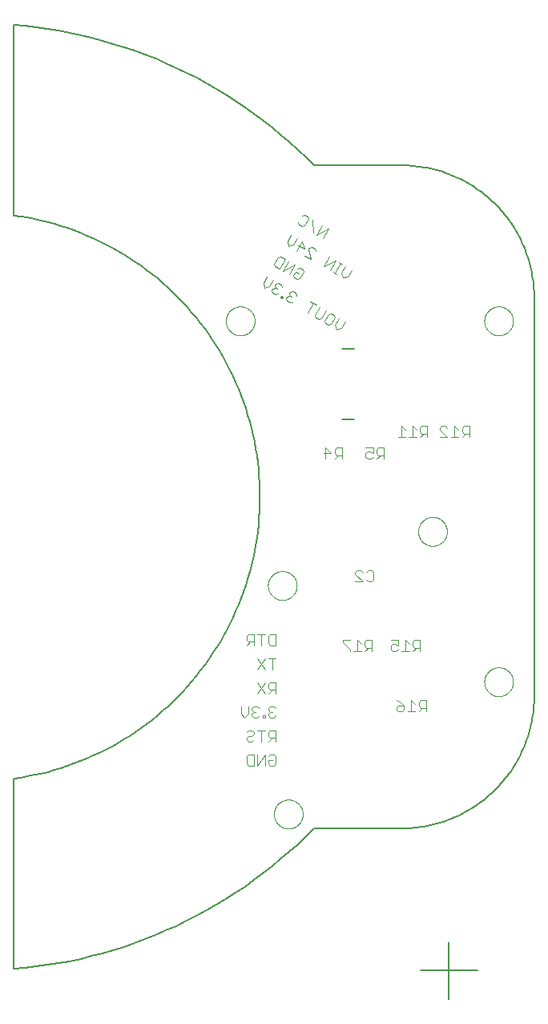
<source format=gbo>
G75*
%MOIN*%
%OFA0B0*%
%FSLAX25Y25*%
%IPPOS*%
%LPD*%
%AMOC8*
5,1,8,0,0,1.08239X$1,22.5*
%
%ADD10C,0.00600*%
%ADD11C,0.00400*%
%ADD12C,0.00000*%
%ADD13C,0.00800*%
D10*
X0001300Y0013742D02*
X0001300Y0092906D01*
X0001300Y0013742D02*
X0005974Y0014173D01*
X0010636Y0014716D01*
X0015284Y0015369D01*
X0019914Y0016133D01*
X0024526Y0017008D01*
X0029115Y0017992D01*
X0033680Y0019085D01*
X0038217Y0020287D01*
X0042724Y0021596D01*
X0047198Y0023013D01*
X0051638Y0024536D01*
X0056040Y0026164D01*
X0060402Y0027897D01*
X0064721Y0029733D01*
X0068996Y0031672D01*
X0073223Y0033712D01*
X0077400Y0035852D01*
X0081525Y0038091D01*
X0085595Y0040428D01*
X0089609Y0042862D01*
X0093563Y0045390D01*
X0097456Y0048012D01*
X0101285Y0050726D01*
X0105049Y0053531D01*
X0108744Y0056424D01*
X0112370Y0059405D01*
X0115923Y0062471D01*
X0119403Y0065621D01*
X0122806Y0068854D01*
X0126131Y0072166D01*
X0162717Y0072166D01*
X0182402Y0024922D02*
X0182402Y0001300D01*
X0170591Y0013111D02*
X0194213Y0013111D01*
X0217835Y0127284D02*
X0217835Y0292639D01*
X0217819Y0293971D01*
X0217771Y0295302D01*
X0217690Y0296631D01*
X0217578Y0297959D01*
X0217433Y0299283D01*
X0217257Y0300603D01*
X0217048Y0301919D01*
X0216808Y0303229D01*
X0216536Y0304533D01*
X0216233Y0305830D01*
X0215899Y0307119D01*
X0215534Y0308400D01*
X0215137Y0309671D01*
X0214710Y0310933D01*
X0214253Y0312184D01*
X0213766Y0313424D01*
X0213249Y0314651D01*
X0212702Y0315866D01*
X0212126Y0317067D01*
X0211522Y0318254D01*
X0210888Y0319425D01*
X0210227Y0320582D01*
X0209538Y0321721D01*
X0208822Y0322844D01*
X0208078Y0323950D01*
X0207308Y0325037D01*
X0206513Y0326105D01*
X0205691Y0327153D01*
X0204845Y0328181D01*
X0203973Y0329189D01*
X0203078Y0330175D01*
X0202159Y0331140D01*
X0201218Y0332081D01*
X0200253Y0333000D01*
X0199267Y0333895D01*
X0198259Y0334767D01*
X0197231Y0335613D01*
X0196183Y0336435D01*
X0195115Y0337230D01*
X0194028Y0338000D01*
X0192922Y0338744D01*
X0191799Y0339460D01*
X0190660Y0340149D01*
X0189503Y0340810D01*
X0188332Y0341444D01*
X0187145Y0342048D01*
X0185944Y0342624D01*
X0184729Y0343171D01*
X0183502Y0343688D01*
X0182262Y0344175D01*
X0181011Y0344632D01*
X0179749Y0345059D01*
X0178478Y0345456D01*
X0177197Y0345821D01*
X0175908Y0346155D01*
X0174611Y0346458D01*
X0173307Y0346730D01*
X0171997Y0346970D01*
X0170681Y0347179D01*
X0169361Y0347355D01*
X0168037Y0347500D01*
X0166709Y0347612D01*
X0165380Y0347693D01*
X0164049Y0347741D01*
X0162717Y0347757D01*
X0126131Y0347757D01*
X0217835Y0127284D02*
X0217819Y0125952D01*
X0217771Y0124621D01*
X0217690Y0123292D01*
X0217578Y0121964D01*
X0217433Y0120640D01*
X0217257Y0119320D01*
X0217048Y0118004D01*
X0216808Y0116694D01*
X0216536Y0115390D01*
X0216233Y0114093D01*
X0215899Y0112804D01*
X0215534Y0111523D01*
X0215137Y0110252D01*
X0214710Y0108990D01*
X0214253Y0107739D01*
X0213766Y0106499D01*
X0213249Y0105272D01*
X0212702Y0104057D01*
X0212126Y0102856D01*
X0211522Y0101669D01*
X0210888Y0100498D01*
X0210227Y0099341D01*
X0209538Y0098202D01*
X0208822Y0097079D01*
X0208078Y0095973D01*
X0207308Y0094886D01*
X0206513Y0093818D01*
X0205691Y0092770D01*
X0204845Y0091742D01*
X0203973Y0090734D01*
X0203078Y0089748D01*
X0202159Y0088783D01*
X0201218Y0087842D01*
X0200253Y0086923D01*
X0199267Y0086028D01*
X0198259Y0085156D01*
X0197231Y0084310D01*
X0196183Y0083488D01*
X0195115Y0082693D01*
X0194028Y0081923D01*
X0192922Y0081179D01*
X0191799Y0080463D01*
X0190660Y0079774D01*
X0189503Y0079113D01*
X0188332Y0078479D01*
X0187145Y0077875D01*
X0185944Y0077299D01*
X0184729Y0076752D01*
X0183502Y0076235D01*
X0182262Y0075748D01*
X0181011Y0075291D01*
X0179749Y0074864D01*
X0178478Y0074467D01*
X0177197Y0074102D01*
X0175908Y0073768D01*
X0174611Y0073465D01*
X0173307Y0073193D01*
X0171997Y0072953D01*
X0170681Y0072744D01*
X0169361Y0072568D01*
X0168037Y0072423D01*
X0166709Y0072311D01*
X0165380Y0072230D01*
X0164049Y0072182D01*
X0162717Y0072166D01*
X0001300Y0092906D02*
X0004146Y0093324D01*
X0006981Y0093811D01*
X0009804Y0094368D01*
X0012612Y0094993D01*
X0015404Y0095686D01*
X0018178Y0096447D01*
X0020933Y0097275D01*
X0023667Y0098170D01*
X0026378Y0099131D01*
X0029065Y0100159D01*
X0031727Y0101251D01*
X0034361Y0102408D01*
X0036965Y0103628D01*
X0039540Y0104912D01*
X0042082Y0106258D01*
X0044591Y0107666D01*
X0047065Y0109134D01*
X0049502Y0110662D01*
X0051902Y0112249D01*
X0054262Y0113894D01*
X0056581Y0115596D01*
X0058858Y0117353D01*
X0061092Y0119166D01*
X0063281Y0121033D01*
X0065424Y0122952D01*
X0067519Y0124923D01*
X0069566Y0126945D01*
X0071563Y0129016D01*
X0073509Y0131134D01*
X0075402Y0133300D01*
X0077243Y0135511D01*
X0079029Y0137766D01*
X0080759Y0140064D01*
X0082433Y0142404D01*
X0084050Y0144783D01*
X0085608Y0147201D01*
X0087107Y0149657D01*
X0088545Y0152148D01*
X0089923Y0154674D01*
X0091238Y0157232D01*
X0092491Y0159821D01*
X0093681Y0162441D01*
X0094806Y0165088D01*
X0095866Y0167763D01*
X0096861Y0170462D01*
X0097790Y0173184D01*
X0098653Y0175929D01*
X0099448Y0178693D01*
X0100176Y0181477D01*
X0100835Y0184277D01*
X0101427Y0187092D01*
X0101949Y0189921D01*
X0102403Y0192762D01*
X0102787Y0195612D01*
X0103102Y0198472D01*
X0103347Y0201338D01*
X0103522Y0204210D01*
X0103627Y0207084D01*
X0103662Y0209961D01*
X0103627Y0212838D01*
X0103522Y0215712D01*
X0103347Y0218584D01*
X0103102Y0221450D01*
X0102787Y0224310D01*
X0102403Y0227160D01*
X0101949Y0230001D01*
X0101427Y0232830D01*
X0100835Y0235645D01*
X0100176Y0238445D01*
X0099448Y0241229D01*
X0098653Y0243993D01*
X0097790Y0246738D01*
X0096861Y0249460D01*
X0095866Y0252159D01*
X0094806Y0254834D01*
X0093681Y0257481D01*
X0092491Y0260101D01*
X0091238Y0262690D01*
X0089923Y0265248D01*
X0088545Y0267774D01*
X0087107Y0270265D01*
X0085608Y0272721D01*
X0084050Y0275139D01*
X0082433Y0277518D01*
X0080759Y0279858D01*
X0079029Y0282156D01*
X0077243Y0284411D01*
X0075402Y0286622D01*
X0073509Y0288788D01*
X0071563Y0290906D01*
X0069566Y0292977D01*
X0067519Y0294999D01*
X0065424Y0296970D01*
X0063281Y0298889D01*
X0061092Y0300756D01*
X0058858Y0302569D01*
X0056581Y0304326D01*
X0054262Y0306028D01*
X0051902Y0307673D01*
X0049502Y0309260D01*
X0047065Y0310788D01*
X0044591Y0312256D01*
X0042082Y0313664D01*
X0039540Y0315010D01*
X0036965Y0316294D01*
X0034361Y0317514D01*
X0031727Y0318671D01*
X0029065Y0319763D01*
X0026378Y0320791D01*
X0023667Y0321752D01*
X0020933Y0322647D01*
X0018178Y0323475D01*
X0015404Y0324236D01*
X0012612Y0324929D01*
X0009804Y0325554D01*
X0006981Y0326111D01*
X0004146Y0326598D01*
X0001300Y0327016D01*
X0001300Y0327017D02*
X0001300Y0406220D01*
X0005974Y0405787D01*
X0010636Y0405244D01*
X0015285Y0404589D01*
X0019916Y0403823D01*
X0024528Y0402948D01*
X0029117Y0401962D01*
X0033682Y0400868D01*
X0038219Y0399665D01*
X0042726Y0398354D01*
X0047201Y0396936D01*
X0051641Y0395412D01*
X0056043Y0393782D01*
X0060405Y0392048D01*
X0064725Y0390210D01*
X0068999Y0388270D01*
X0073226Y0386229D01*
X0077403Y0384087D01*
X0081528Y0381847D01*
X0085598Y0379508D01*
X0089612Y0377074D01*
X0093566Y0374544D01*
X0097458Y0371921D01*
X0101288Y0369205D01*
X0105051Y0366400D01*
X0108746Y0363505D01*
X0112371Y0360523D01*
X0115924Y0357455D01*
X0119403Y0354304D01*
X0122806Y0351070D01*
X0126131Y0347756D01*
D11*
X0122274Y0327201D02*
X0121226Y0326920D01*
X0122274Y0327201D02*
X0123603Y0326434D01*
X0123884Y0325386D01*
X0122350Y0322727D01*
X0121301Y0322447D01*
X0119972Y0323214D01*
X0119692Y0324262D01*
X0116610Y0318924D02*
X0115075Y0316266D01*
X0115637Y0314170D01*
X0117733Y0314732D01*
X0119268Y0317390D01*
X0121262Y0316239D02*
X0118960Y0312252D01*
X0119446Y0314629D02*
X0122104Y0313094D01*
X0121262Y0316239D01*
X0124200Y0313656D02*
X0125249Y0313937D01*
X0126578Y0313170D01*
X0126859Y0312121D01*
X0123817Y0312991D02*
X0124940Y0308799D01*
X0122282Y0310333D01*
X0123817Y0312991D02*
X0124200Y0313656D01*
X0127282Y0318994D02*
X0129584Y0322981D01*
X0132242Y0321446D02*
X0127282Y0318994D01*
X0125953Y0319761D02*
X0125597Y0325283D01*
X0132242Y0321446D02*
X0129940Y0317459D01*
X0132558Y0309717D02*
X0130256Y0305730D01*
X0135216Y0308182D01*
X0132914Y0304195D01*
X0134243Y0303428D02*
X0135573Y0302660D01*
X0134908Y0303044D02*
X0137210Y0307031D01*
X0137874Y0306647D02*
X0136545Y0307415D01*
X0139204Y0305880D02*
X0137669Y0303222D01*
X0138231Y0301126D01*
X0140327Y0301687D01*
X0141862Y0304345D01*
X0131197Y0287409D02*
X0129279Y0284086D01*
X0128231Y0283805D01*
X0126902Y0284572D01*
X0126621Y0285621D01*
X0128539Y0288943D01*
X0127210Y0289710D02*
X0124552Y0291245D01*
X0125881Y0290478D02*
X0123579Y0286491D01*
X0118852Y0293650D02*
X0118571Y0294698D01*
X0117242Y0295465D01*
X0116194Y0295184D01*
X0115810Y0294520D01*
X0116091Y0293472D01*
X0115043Y0293191D01*
X0114659Y0292526D01*
X0114940Y0291478D01*
X0116269Y0290711D01*
X0117317Y0290992D01*
X0116756Y0293088D02*
X0116091Y0293472D01*
X0113330Y0293294D02*
X0112666Y0293677D01*
X0112282Y0293013D01*
X0112947Y0292629D01*
X0113330Y0293294D01*
X0111337Y0294445D02*
X0110289Y0294164D01*
X0108960Y0294931D01*
X0108679Y0295979D01*
X0109062Y0296644D01*
X0110111Y0296925D01*
X0110775Y0296541D01*
X0110111Y0296925D02*
X0109830Y0297973D01*
X0110213Y0298637D01*
X0111262Y0298918D01*
X0112591Y0298151D01*
X0112871Y0297103D01*
X0109268Y0300069D02*
X0107733Y0297411D01*
X0105637Y0296849D01*
X0105075Y0298946D01*
X0106610Y0301604D01*
X0109972Y0305893D02*
X0109692Y0306942D01*
X0111226Y0309600D01*
X0112274Y0309881D01*
X0114268Y0308730D01*
X0111966Y0304742D01*
X0109972Y0305893D01*
X0113295Y0303975D02*
X0115597Y0307962D01*
X0118255Y0306428D02*
X0115953Y0302441D01*
X0117666Y0302338D02*
X0118433Y0303667D01*
X0119762Y0302899D01*
X0120324Y0300803D02*
X0119276Y0300522D01*
X0117947Y0301290D01*
X0117666Y0302338D01*
X0119200Y0304996D02*
X0120249Y0305277D01*
X0121578Y0304509D01*
X0121858Y0303461D01*
X0120324Y0300803D01*
X0118255Y0306428D02*
X0113295Y0303975D01*
X0132142Y0285977D02*
X0130608Y0283319D01*
X0130889Y0282270D01*
X0132218Y0281503D01*
X0133266Y0281784D01*
X0134801Y0284442D01*
X0134520Y0285490D01*
X0133191Y0286258D01*
X0132142Y0285977D01*
X0136513Y0284339D02*
X0134979Y0281681D01*
X0135540Y0279585D01*
X0137637Y0280147D01*
X0139171Y0282805D01*
X0162609Y0239415D02*
X0162609Y0234811D01*
X0161075Y0234811D02*
X0164144Y0234811D01*
X0165679Y0234811D02*
X0168748Y0234811D01*
X0167213Y0234811D02*
X0167213Y0239415D01*
X0168748Y0237880D01*
X0170283Y0237113D02*
X0171050Y0236346D01*
X0173352Y0236346D01*
X0171817Y0236346D02*
X0170283Y0234811D01*
X0170283Y0237113D02*
X0170283Y0238648D01*
X0171050Y0239415D01*
X0173352Y0239415D01*
X0173352Y0234811D01*
X0178575Y0234811D02*
X0181644Y0234811D01*
X0178575Y0237880D01*
X0178575Y0238648D01*
X0179342Y0239415D01*
X0180877Y0239415D01*
X0181644Y0238648D01*
X0183179Y0234811D02*
X0186248Y0234811D01*
X0184713Y0234811D02*
X0184713Y0239415D01*
X0186248Y0237880D01*
X0187783Y0237113D02*
X0188550Y0236346D01*
X0190852Y0236346D01*
X0189317Y0236346D02*
X0187783Y0234811D01*
X0187783Y0237113D02*
X0187783Y0238648D01*
X0188550Y0239415D01*
X0190852Y0239415D01*
X0190852Y0234811D01*
X0164144Y0237880D02*
X0162609Y0239415D01*
X0155352Y0230415D02*
X0155352Y0225811D01*
X0155352Y0227346D02*
X0153050Y0227346D01*
X0152283Y0228113D01*
X0152283Y0229648D01*
X0153050Y0230415D01*
X0155352Y0230415D01*
X0153817Y0227346D02*
X0152283Y0225811D01*
X0150748Y0226578D02*
X0149981Y0225811D01*
X0148446Y0225811D01*
X0147679Y0226578D01*
X0147679Y0228113D01*
X0148446Y0228880D01*
X0149213Y0228880D01*
X0150748Y0228113D01*
X0150748Y0230415D01*
X0147679Y0230415D01*
X0137852Y0230415D02*
X0137852Y0225811D01*
X0137852Y0227346D02*
X0135550Y0227346D01*
X0134783Y0228113D01*
X0134783Y0229648D01*
X0135550Y0230415D01*
X0137852Y0230415D01*
X0136317Y0227346D02*
X0134783Y0225811D01*
X0133248Y0228113D02*
X0130179Y0228113D01*
X0130946Y0225811D02*
X0130946Y0230415D01*
X0133248Y0228113D01*
X0144154Y0179415D02*
X0145689Y0179415D01*
X0146456Y0178648D01*
X0147991Y0178648D02*
X0148758Y0179415D01*
X0150293Y0179415D01*
X0151060Y0178648D01*
X0151060Y0175578D01*
X0150293Y0174811D01*
X0148758Y0174811D01*
X0147991Y0175578D01*
X0146456Y0174811D02*
X0143387Y0177880D01*
X0143387Y0178648D01*
X0144154Y0179415D01*
X0143387Y0174811D02*
X0146456Y0174811D01*
X0148050Y0150415D02*
X0147283Y0149648D01*
X0147283Y0148113D01*
X0148050Y0147346D01*
X0150352Y0147346D01*
X0148817Y0147346D02*
X0147283Y0145811D01*
X0145748Y0145811D02*
X0142679Y0145811D01*
X0144213Y0145811D02*
X0144213Y0150415D01*
X0145748Y0148880D01*
X0148050Y0150415D02*
X0150352Y0150415D01*
X0150352Y0145811D01*
X0158075Y0146578D02*
X0158842Y0145811D01*
X0160377Y0145811D01*
X0161144Y0146578D01*
X0161144Y0148113D02*
X0159609Y0148880D01*
X0158842Y0148880D01*
X0158075Y0148113D01*
X0158075Y0146578D01*
X0161144Y0148113D02*
X0161144Y0150415D01*
X0158075Y0150415D01*
X0164213Y0150415D02*
X0164213Y0145811D01*
X0162679Y0145811D02*
X0165748Y0145811D01*
X0167283Y0145811D02*
X0168817Y0147346D01*
X0168050Y0147346D02*
X0170352Y0147346D01*
X0170352Y0145811D02*
X0170352Y0150415D01*
X0168050Y0150415D01*
X0167283Y0149648D01*
X0167283Y0148113D01*
X0168050Y0147346D01*
X0165748Y0148880D02*
X0164213Y0150415D01*
X0166713Y0125415D02*
X0166713Y0120811D01*
X0165179Y0120811D02*
X0168248Y0120811D01*
X0169783Y0120811D02*
X0171317Y0122346D01*
X0170550Y0122346D02*
X0172852Y0122346D01*
X0172852Y0120811D02*
X0172852Y0125415D01*
X0170550Y0125415D01*
X0169783Y0124648D01*
X0169783Y0123113D01*
X0170550Y0122346D01*
X0168248Y0123880D02*
X0166713Y0125415D01*
X0163644Y0123113D02*
X0163644Y0121578D01*
X0162877Y0120811D01*
X0161342Y0120811D01*
X0160575Y0121578D01*
X0160575Y0122346D01*
X0161342Y0123113D01*
X0163644Y0123113D01*
X0162109Y0124648D01*
X0160575Y0125415D01*
X0141144Y0145811D02*
X0141144Y0146578D01*
X0138075Y0149648D01*
X0138075Y0150415D01*
X0141144Y0150415D01*
X0110352Y0148311D02*
X0108050Y0148311D01*
X0107283Y0149078D01*
X0107283Y0152148D01*
X0108050Y0152915D01*
X0110352Y0152915D01*
X0110352Y0148311D01*
X0110352Y0142915D02*
X0107283Y0142915D01*
X0108817Y0142915D02*
X0108817Y0138311D01*
X0105748Y0138311D02*
X0102679Y0142915D01*
X0105748Y0142915D02*
X0102679Y0138311D01*
X0102679Y0132915D02*
X0105748Y0128311D01*
X0107283Y0128311D02*
X0108817Y0129846D01*
X0108050Y0129846D02*
X0110352Y0129846D01*
X0110352Y0128311D02*
X0110352Y0132915D01*
X0108050Y0132915D01*
X0107283Y0132148D01*
X0107283Y0130613D01*
X0108050Y0129846D01*
X0105748Y0132915D02*
X0102679Y0128311D01*
X0102679Y0122915D02*
X0101144Y0122915D01*
X0100377Y0122148D01*
X0100377Y0121380D01*
X0101144Y0120613D01*
X0100377Y0119846D01*
X0100377Y0119078D01*
X0101144Y0118311D01*
X0102679Y0118311D01*
X0103446Y0119078D01*
X0104981Y0119078D02*
X0104981Y0118311D01*
X0105748Y0118311D01*
X0105748Y0119078D01*
X0104981Y0119078D01*
X0107283Y0119078D02*
X0108050Y0118311D01*
X0109585Y0118311D01*
X0110352Y0119078D01*
X0108817Y0120613D02*
X0108050Y0120613D01*
X0107283Y0119846D01*
X0107283Y0119078D01*
X0108050Y0120613D02*
X0107283Y0121380D01*
X0107283Y0122148D01*
X0108050Y0122915D01*
X0109585Y0122915D01*
X0110352Y0122148D01*
X0110352Y0112915D02*
X0108050Y0112915D01*
X0107283Y0112148D01*
X0107283Y0110613D01*
X0108050Y0109846D01*
X0110352Y0109846D01*
X0108817Y0109846D02*
X0107283Y0108311D01*
X0110352Y0108311D02*
X0110352Y0112915D01*
X0105748Y0112915D02*
X0102679Y0112915D01*
X0104213Y0112915D02*
X0104213Y0108311D01*
X0101144Y0109078D02*
X0100377Y0108311D01*
X0098842Y0108311D01*
X0098075Y0109078D01*
X0098075Y0109846D01*
X0098842Y0110613D01*
X0100377Y0110613D01*
X0101144Y0111380D01*
X0101144Y0112148D01*
X0100377Y0112915D01*
X0098842Y0112915D01*
X0098075Y0112148D01*
X0097308Y0118311D02*
X0095773Y0119846D01*
X0095773Y0122915D01*
X0098842Y0122915D02*
X0098842Y0119846D01*
X0097308Y0118311D01*
X0101144Y0120613D02*
X0101911Y0120613D01*
X0103446Y0122148D02*
X0102679Y0122915D01*
X0102679Y0102915D02*
X0102679Y0098311D01*
X0105748Y0102915D01*
X0105748Y0098311D01*
X0107283Y0099078D02*
X0107283Y0100613D01*
X0108817Y0100613D01*
X0107283Y0102148D02*
X0108050Y0102915D01*
X0109585Y0102915D01*
X0110352Y0102148D01*
X0110352Y0099078D01*
X0109585Y0098311D01*
X0108050Y0098311D01*
X0107283Y0099078D01*
X0101144Y0098311D02*
X0098842Y0098311D01*
X0098075Y0099078D01*
X0098075Y0102148D01*
X0098842Y0102915D01*
X0101144Y0102915D01*
X0101144Y0098311D01*
X0101144Y0148311D02*
X0101144Y0152915D01*
X0098842Y0152915D01*
X0098075Y0152148D01*
X0098075Y0150613D01*
X0098842Y0149846D01*
X0101144Y0149846D01*
X0099609Y0149846D02*
X0098075Y0148311D01*
X0104213Y0148311D02*
X0104213Y0152915D01*
X0102679Y0152915D02*
X0105748Y0152915D01*
D12*
X0107052Y0173111D02*
X0107054Y0173265D01*
X0107060Y0173420D01*
X0107070Y0173574D01*
X0107084Y0173728D01*
X0107102Y0173881D01*
X0107123Y0174034D01*
X0107149Y0174187D01*
X0107179Y0174338D01*
X0107212Y0174489D01*
X0107250Y0174639D01*
X0107291Y0174788D01*
X0107336Y0174936D01*
X0107385Y0175082D01*
X0107438Y0175228D01*
X0107494Y0175371D01*
X0107554Y0175514D01*
X0107618Y0175654D01*
X0107685Y0175794D01*
X0107756Y0175931D01*
X0107830Y0176066D01*
X0107908Y0176200D01*
X0107989Y0176331D01*
X0108074Y0176460D01*
X0108162Y0176588D01*
X0108253Y0176712D01*
X0108347Y0176835D01*
X0108445Y0176955D01*
X0108545Y0177072D01*
X0108649Y0177187D01*
X0108755Y0177299D01*
X0108864Y0177408D01*
X0108976Y0177514D01*
X0109091Y0177618D01*
X0109208Y0177718D01*
X0109328Y0177816D01*
X0109451Y0177910D01*
X0109575Y0178001D01*
X0109703Y0178089D01*
X0109832Y0178174D01*
X0109963Y0178255D01*
X0110097Y0178333D01*
X0110232Y0178407D01*
X0110369Y0178478D01*
X0110509Y0178545D01*
X0110649Y0178609D01*
X0110792Y0178669D01*
X0110935Y0178725D01*
X0111081Y0178778D01*
X0111227Y0178827D01*
X0111375Y0178872D01*
X0111524Y0178913D01*
X0111674Y0178951D01*
X0111825Y0178984D01*
X0111976Y0179014D01*
X0112129Y0179040D01*
X0112282Y0179061D01*
X0112435Y0179079D01*
X0112589Y0179093D01*
X0112743Y0179103D01*
X0112898Y0179109D01*
X0113052Y0179111D01*
X0113206Y0179109D01*
X0113361Y0179103D01*
X0113515Y0179093D01*
X0113669Y0179079D01*
X0113822Y0179061D01*
X0113975Y0179040D01*
X0114128Y0179014D01*
X0114279Y0178984D01*
X0114430Y0178951D01*
X0114580Y0178913D01*
X0114729Y0178872D01*
X0114877Y0178827D01*
X0115023Y0178778D01*
X0115169Y0178725D01*
X0115312Y0178669D01*
X0115455Y0178609D01*
X0115595Y0178545D01*
X0115735Y0178478D01*
X0115872Y0178407D01*
X0116007Y0178333D01*
X0116141Y0178255D01*
X0116272Y0178174D01*
X0116401Y0178089D01*
X0116529Y0178001D01*
X0116653Y0177910D01*
X0116776Y0177816D01*
X0116896Y0177718D01*
X0117013Y0177618D01*
X0117128Y0177514D01*
X0117240Y0177408D01*
X0117349Y0177299D01*
X0117455Y0177187D01*
X0117559Y0177072D01*
X0117659Y0176955D01*
X0117757Y0176835D01*
X0117851Y0176712D01*
X0117942Y0176588D01*
X0118030Y0176460D01*
X0118115Y0176331D01*
X0118196Y0176200D01*
X0118274Y0176066D01*
X0118348Y0175931D01*
X0118419Y0175794D01*
X0118486Y0175654D01*
X0118550Y0175514D01*
X0118610Y0175371D01*
X0118666Y0175228D01*
X0118719Y0175082D01*
X0118768Y0174936D01*
X0118813Y0174788D01*
X0118854Y0174639D01*
X0118892Y0174489D01*
X0118925Y0174338D01*
X0118955Y0174187D01*
X0118981Y0174034D01*
X0119002Y0173881D01*
X0119020Y0173728D01*
X0119034Y0173574D01*
X0119044Y0173420D01*
X0119050Y0173265D01*
X0119052Y0173111D01*
X0119050Y0172957D01*
X0119044Y0172802D01*
X0119034Y0172648D01*
X0119020Y0172494D01*
X0119002Y0172341D01*
X0118981Y0172188D01*
X0118955Y0172035D01*
X0118925Y0171884D01*
X0118892Y0171733D01*
X0118854Y0171583D01*
X0118813Y0171434D01*
X0118768Y0171286D01*
X0118719Y0171140D01*
X0118666Y0170994D01*
X0118610Y0170851D01*
X0118550Y0170708D01*
X0118486Y0170568D01*
X0118419Y0170428D01*
X0118348Y0170291D01*
X0118274Y0170156D01*
X0118196Y0170022D01*
X0118115Y0169891D01*
X0118030Y0169762D01*
X0117942Y0169634D01*
X0117851Y0169510D01*
X0117757Y0169387D01*
X0117659Y0169267D01*
X0117559Y0169150D01*
X0117455Y0169035D01*
X0117349Y0168923D01*
X0117240Y0168814D01*
X0117128Y0168708D01*
X0117013Y0168604D01*
X0116896Y0168504D01*
X0116776Y0168406D01*
X0116653Y0168312D01*
X0116529Y0168221D01*
X0116401Y0168133D01*
X0116272Y0168048D01*
X0116141Y0167967D01*
X0116007Y0167889D01*
X0115872Y0167815D01*
X0115735Y0167744D01*
X0115595Y0167677D01*
X0115455Y0167613D01*
X0115312Y0167553D01*
X0115169Y0167497D01*
X0115023Y0167444D01*
X0114877Y0167395D01*
X0114729Y0167350D01*
X0114580Y0167309D01*
X0114430Y0167271D01*
X0114279Y0167238D01*
X0114128Y0167208D01*
X0113975Y0167182D01*
X0113822Y0167161D01*
X0113669Y0167143D01*
X0113515Y0167129D01*
X0113361Y0167119D01*
X0113206Y0167113D01*
X0113052Y0167111D01*
X0112898Y0167113D01*
X0112743Y0167119D01*
X0112589Y0167129D01*
X0112435Y0167143D01*
X0112282Y0167161D01*
X0112129Y0167182D01*
X0111976Y0167208D01*
X0111825Y0167238D01*
X0111674Y0167271D01*
X0111524Y0167309D01*
X0111375Y0167350D01*
X0111227Y0167395D01*
X0111081Y0167444D01*
X0110935Y0167497D01*
X0110792Y0167553D01*
X0110649Y0167613D01*
X0110509Y0167677D01*
X0110369Y0167744D01*
X0110232Y0167815D01*
X0110097Y0167889D01*
X0109963Y0167967D01*
X0109832Y0168048D01*
X0109703Y0168133D01*
X0109575Y0168221D01*
X0109451Y0168312D01*
X0109328Y0168406D01*
X0109208Y0168504D01*
X0109091Y0168604D01*
X0108976Y0168708D01*
X0108864Y0168814D01*
X0108755Y0168923D01*
X0108649Y0169035D01*
X0108545Y0169150D01*
X0108445Y0169267D01*
X0108347Y0169387D01*
X0108253Y0169510D01*
X0108162Y0169634D01*
X0108074Y0169762D01*
X0107989Y0169891D01*
X0107908Y0170022D01*
X0107830Y0170156D01*
X0107756Y0170291D01*
X0107685Y0170428D01*
X0107618Y0170568D01*
X0107554Y0170708D01*
X0107494Y0170851D01*
X0107438Y0170994D01*
X0107385Y0171140D01*
X0107336Y0171286D01*
X0107291Y0171434D01*
X0107250Y0171583D01*
X0107212Y0171733D01*
X0107179Y0171884D01*
X0107149Y0172035D01*
X0107123Y0172188D01*
X0107102Y0172341D01*
X0107084Y0172494D01*
X0107070Y0172648D01*
X0107060Y0172802D01*
X0107054Y0172957D01*
X0107052Y0173111D01*
X0109552Y0078111D02*
X0109554Y0078265D01*
X0109560Y0078420D01*
X0109570Y0078574D01*
X0109584Y0078728D01*
X0109602Y0078881D01*
X0109623Y0079034D01*
X0109649Y0079187D01*
X0109679Y0079338D01*
X0109712Y0079489D01*
X0109750Y0079639D01*
X0109791Y0079788D01*
X0109836Y0079936D01*
X0109885Y0080082D01*
X0109938Y0080228D01*
X0109994Y0080371D01*
X0110054Y0080514D01*
X0110118Y0080654D01*
X0110185Y0080794D01*
X0110256Y0080931D01*
X0110330Y0081066D01*
X0110408Y0081200D01*
X0110489Y0081331D01*
X0110574Y0081460D01*
X0110662Y0081588D01*
X0110753Y0081712D01*
X0110847Y0081835D01*
X0110945Y0081955D01*
X0111045Y0082072D01*
X0111149Y0082187D01*
X0111255Y0082299D01*
X0111364Y0082408D01*
X0111476Y0082514D01*
X0111591Y0082618D01*
X0111708Y0082718D01*
X0111828Y0082816D01*
X0111951Y0082910D01*
X0112075Y0083001D01*
X0112203Y0083089D01*
X0112332Y0083174D01*
X0112463Y0083255D01*
X0112597Y0083333D01*
X0112732Y0083407D01*
X0112869Y0083478D01*
X0113009Y0083545D01*
X0113149Y0083609D01*
X0113292Y0083669D01*
X0113435Y0083725D01*
X0113581Y0083778D01*
X0113727Y0083827D01*
X0113875Y0083872D01*
X0114024Y0083913D01*
X0114174Y0083951D01*
X0114325Y0083984D01*
X0114476Y0084014D01*
X0114629Y0084040D01*
X0114782Y0084061D01*
X0114935Y0084079D01*
X0115089Y0084093D01*
X0115243Y0084103D01*
X0115398Y0084109D01*
X0115552Y0084111D01*
X0115706Y0084109D01*
X0115861Y0084103D01*
X0116015Y0084093D01*
X0116169Y0084079D01*
X0116322Y0084061D01*
X0116475Y0084040D01*
X0116628Y0084014D01*
X0116779Y0083984D01*
X0116930Y0083951D01*
X0117080Y0083913D01*
X0117229Y0083872D01*
X0117377Y0083827D01*
X0117523Y0083778D01*
X0117669Y0083725D01*
X0117812Y0083669D01*
X0117955Y0083609D01*
X0118095Y0083545D01*
X0118235Y0083478D01*
X0118372Y0083407D01*
X0118507Y0083333D01*
X0118641Y0083255D01*
X0118772Y0083174D01*
X0118901Y0083089D01*
X0119029Y0083001D01*
X0119153Y0082910D01*
X0119276Y0082816D01*
X0119396Y0082718D01*
X0119513Y0082618D01*
X0119628Y0082514D01*
X0119740Y0082408D01*
X0119849Y0082299D01*
X0119955Y0082187D01*
X0120059Y0082072D01*
X0120159Y0081955D01*
X0120257Y0081835D01*
X0120351Y0081712D01*
X0120442Y0081588D01*
X0120530Y0081460D01*
X0120615Y0081331D01*
X0120696Y0081200D01*
X0120774Y0081066D01*
X0120848Y0080931D01*
X0120919Y0080794D01*
X0120986Y0080654D01*
X0121050Y0080514D01*
X0121110Y0080371D01*
X0121166Y0080228D01*
X0121219Y0080082D01*
X0121268Y0079936D01*
X0121313Y0079788D01*
X0121354Y0079639D01*
X0121392Y0079489D01*
X0121425Y0079338D01*
X0121455Y0079187D01*
X0121481Y0079034D01*
X0121502Y0078881D01*
X0121520Y0078728D01*
X0121534Y0078574D01*
X0121544Y0078420D01*
X0121550Y0078265D01*
X0121552Y0078111D01*
X0121550Y0077957D01*
X0121544Y0077802D01*
X0121534Y0077648D01*
X0121520Y0077494D01*
X0121502Y0077341D01*
X0121481Y0077188D01*
X0121455Y0077035D01*
X0121425Y0076884D01*
X0121392Y0076733D01*
X0121354Y0076583D01*
X0121313Y0076434D01*
X0121268Y0076286D01*
X0121219Y0076140D01*
X0121166Y0075994D01*
X0121110Y0075851D01*
X0121050Y0075708D01*
X0120986Y0075568D01*
X0120919Y0075428D01*
X0120848Y0075291D01*
X0120774Y0075156D01*
X0120696Y0075022D01*
X0120615Y0074891D01*
X0120530Y0074762D01*
X0120442Y0074634D01*
X0120351Y0074510D01*
X0120257Y0074387D01*
X0120159Y0074267D01*
X0120059Y0074150D01*
X0119955Y0074035D01*
X0119849Y0073923D01*
X0119740Y0073814D01*
X0119628Y0073708D01*
X0119513Y0073604D01*
X0119396Y0073504D01*
X0119276Y0073406D01*
X0119153Y0073312D01*
X0119029Y0073221D01*
X0118901Y0073133D01*
X0118772Y0073048D01*
X0118641Y0072967D01*
X0118507Y0072889D01*
X0118372Y0072815D01*
X0118235Y0072744D01*
X0118095Y0072677D01*
X0117955Y0072613D01*
X0117812Y0072553D01*
X0117669Y0072497D01*
X0117523Y0072444D01*
X0117377Y0072395D01*
X0117229Y0072350D01*
X0117080Y0072309D01*
X0116930Y0072271D01*
X0116779Y0072238D01*
X0116628Y0072208D01*
X0116475Y0072182D01*
X0116322Y0072161D01*
X0116169Y0072143D01*
X0116015Y0072129D01*
X0115861Y0072119D01*
X0115706Y0072113D01*
X0115552Y0072111D01*
X0115398Y0072113D01*
X0115243Y0072119D01*
X0115089Y0072129D01*
X0114935Y0072143D01*
X0114782Y0072161D01*
X0114629Y0072182D01*
X0114476Y0072208D01*
X0114325Y0072238D01*
X0114174Y0072271D01*
X0114024Y0072309D01*
X0113875Y0072350D01*
X0113727Y0072395D01*
X0113581Y0072444D01*
X0113435Y0072497D01*
X0113292Y0072553D01*
X0113149Y0072613D01*
X0113009Y0072677D01*
X0112869Y0072744D01*
X0112732Y0072815D01*
X0112597Y0072889D01*
X0112463Y0072967D01*
X0112332Y0073048D01*
X0112203Y0073133D01*
X0112075Y0073221D01*
X0111951Y0073312D01*
X0111828Y0073406D01*
X0111708Y0073504D01*
X0111591Y0073604D01*
X0111476Y0073708D01*
X0111364Y0073814D01*
X0111255Y0073923D01*
X0111149Y0074035D01*
X0111045Y0074150D01*
X0110945Y0074267D01*
X0110847Y0074387D01*
X0110753Y0074510D01*
X0110662Y0074634D01*
X0110574Y0074762D01*
X0110489Y0074891D01*
X0110408Y0075022D01*
X0110330Y0075156D01*
X0110256Y0075291D01*
X0110185Y0075428D01*
X0110118Y0075568D01*
X0110054Y0075708D01*
X0109994Y0075851D01*
X0109938Y0075994D01*
X0109885Y0076140D01*
X0109836Y0076286D01*
X0109791Y0076434D01*
X0109750Y0076583D01*
X0109712Y0076733D01*
X0109679Y0076884D01*
X0109649Y0077035D01*
X0109623Y0077188D01*
X0109602Y0077341D01*
X0109584Y0077494D01*
X0109570Y0077648D01*
X0109560Y0077802D01*
X0109554Y0077957D01*
X0109552Y0078111D01*
X0169552Y0195611D02*
X0169554Y0195765D01*
X0169560Y0195920D01*
X0169570Y0196074D01*
X0169584Y0196228D01*
X0169602Y0196381D01*
X0169623Y0196534D01*
X0169649Y0196687D01*
X0169679Y0196838D01*
X0169712Y0196989D01*
X0169750Y0197139D01*
X0169791Y0197288D01*
X0169836Y0197436D01*
X0169885Y0197582D01*
X0169938Y0197728D01*
X0169994Y0197871D01*
X0170054Y0198014D01*
X0170118Y0198154D01*
X0170185Y0198294D01*
X0170256Y0198431D01*
X0170330Y0198566D01*
X0170408Y0198700D01*
X0170489Y0198831D01*
X0170574Y0198960D01*
X0170662Y0199088D01*
X0170753Y0199212D01*
X0170847Y0199335D01*
X0170945Y0199455D01*
X0171045Y0199572D01*
X0171149Y0199687D01*
X0171255Y0199799D01*
X0171364Y0199908D01*
X0171476Y0200014D01*
X0171591Y0200118D01*
X0171708Y0200218D01*
X0171828Y0200316D01*
X0171951Y0200410D01*
X0172075Y0200501D01*
X0172203Y0200589D01*
X0172332Y0200674D01*
X0172463Y0200755D01*
X0172597Y0200833D01*
X0172732Y0200907D01*
X0172869Y0200978D01*
X0173009Y0201045D01*
X0173149Y0201109D01*
X0173292Y0201169D01*
X0173435Y0201225D01*
X0173581Y0201278D01*
X0173727Y0201327D01*
X0173875Y0201372D01*
X0174024Y0201413D01*
X0174174Y0201451D01*
X0174325Y0201484D01*
X0174476Y0201514D01*
X0174629Y0201540D01*
X0174782Y0201561D01*
X0174935Y0201579D01*
X0175089Y0201593D01*
X0175243Y0201603D01*
X0175398Y0201609D01*
X0175552Y0201611D01*
X0175706Y0201609D01*
X0175861Y0201603D01*
X0176015Y0201593D01*
X0176169Y0201579D01*
X0176322Y0201561D01*
X0176475Y0201540D01*
X0176628Y0201514D01*
X0176779Y0201484D01*
X0176930Y0201451D01*
X0177080Y0201413D01*
X0177229Y0201372D01*
X0177377Y0201327D01*
X0177523Y0201278D01*
X0177669Y0201225D01*
X0177812Y0201169D01*
X0177955Y0201109D01*
X0178095Y0201045D01*
X0178235Y0200978D01*
X0178372Y0200907D01*
X0178507Y0200833D01*
X0178641Y0200755D01*
X0178772Y0200674D01*
X0178901Y0200589D01*
X0179029Y0200501D01*
X0179153Y0200410D01*
X0179276Y0200316D01*
X0179396Y0200218D01*
X0179513Y0200118D01*
X0179628Y0200014D01*
X0179740Y0199908D01*
X0179849Y0199799D01*
X0179955Y0199687D01*
X0180059Y0199572D01*
X0180159Y0199455D01*
X0180257Y0199335D01*
X0180351Y0199212D01*
X0180442Y0199088D01*
X0180530Y0198960D01*
X0180615Y0198831D01*
X0180696Y0198700D01*
X0180774Y0198566D01*
X0180848Y0198431D01*
X0180919Y0198294D01*
X0180986Y0198154D01*
X0181050Y0198014D01*
X0181110Y0197871D01*
X0181166Y0197728D01*
X0181219Y0197582D01*
X0181268Y0197436D01*
X0181313Y0197288D01*
X0181354Y0197139D01*
X0181392Y0196989D01*
X0181425Y0196838D01*
X0181455Y0196687D01*
X0181481Y0196534D01*
X0181502Y0196381D01*
X0181520Y0196228D01*
X0181534Y0196074D01*
X0181544Y0195920D01*
X0181550Y0195765D01*
X0181552Y0195611D01*
X0181550Y0195457D01*
X0181544Y0195302D01*
X0181534Y0195148D01*
X0181520Y0194994D01*
X0181502Y0194841D01*
X0181481Y0194688D01*
X0181455Y0194535D01*
X0181425Y0194384D01*
X0181392Y0194233D01*
X0181354Y0194083D01*
X0181313Y0193934D01*
X0181268Y0193786D01*
X0181219Y0193640D01*
X0181166Y0193494D01*
X0181110Y0193351D01*
X0181050Y0193208D01*
X0180986Y0193068D01*
X0180919Y0192928D01*
X0180848Y0192791D01*
X0180774Y0192656D01*
X0180696Y0192522D01*
X0180615Y0192391D01*
X0180530Y0192262D01*
X0180442Y0192134D01*
X0180351Y0192010D01*
X0180257Y0191887D01*
X0180159Y0191767D01*
X0180059Y0191650D01*
X0179955Y0191535D01*
X0179849Y0191423D01*
X0179740Y0191314D01*
X0179628Y0191208D01*
X0179513Y0191104D01*
X0179396Y0191004D01*
X0179276Y0190906D01*
X0179153Y0190812D01*
X0179029Y0190721D01*
X0178901Y0190633D01*
X0178772Y0190548D01*
X0178641Y0190467D01*
X0178507Y0190389D01*
X0178372Y0190315D01*
X0178235Y0190244D01*
X0178095Y0190177D01*
X0177955Y0190113D01*
X0177812Y0190053D01*
X0177669Y0189997D01*
X0177523Y0189944D01*
X0177377Y0189895D01*
X0177229Y0189850D01*
X0177080Y0189809D01*
X0176930Y0189771D01*
X0176779Y0189738D01*
X0176628Y0189708D01*
X0176475Y0189682D01*
X0176322Y0189661D01*
X0176169Y0189643D01*
X0176015Y0189629D01*
X0175861Y0189619D01*
X0175706Y0189613D01*
X0175552Y0189611D01*
X0175398Y0189613D01*
X0175243Y0189619D01*
X0175089Y0189629D01*
X0174935Y0189643D01*
X0174782Y0189661D01*
X0174629Y0189682D01*
X0174476Y0189708D01*
X0174325Y0189738D01*
X0174174Y0189771D01*
X0174024Y0189809D01*
X0173875Y0189850D01*
X0173727Y0189895D01*
X0173581Y0189944D01*
X0173435Y0189997D01*
X0173292Y0190053D01*
X0173149Y0190113D01*
X0173009Y0190177D01*
X0172869Y0190244D01*
X0172732Y0190315D01*
X0172597Y0190389D01*
X0172463Y0190467D01*
X0172332Y0190548D01*
X0172203Y0190633D01*
X0172075Y0190721D01*
X0171951Y0190812D01*
X0171828Y0190906D01*
X0171708Y0191004D01*
X0171591Y0191104D01*
X0171476Y0191208D01*
X0171364Y0191314D01*
X0171255Y0191423D01*
X0171149Y0191535D01*
X0171045Y0191650D01*
X0170945Y0191767D01*
X0170847Y0191887D01*
X0170753Y0192010D01*
X0170662Y0192134D01*
X0170574Y0192262D01*
X0170489Y0192391D01*
X0170408Y0192522D01*
X0170330Y0192656D01*
X0170256Y0192791D01*
X0170185Y0192928D01*
X0170118Y0193068D01*
X0170054Y0193208D01*
X0169994Y0193351D01*
X0169938Y0193494D01*
X0169885Y0193640D01*
X0169836Y0193786D01*
X0169791Y0193934D01*
X0169750Y0194083D01*
X0169712Y0194233D01*
X0169679Y0194384D01*
X0169649Y0194535D01*
X0169623Y0194688D01*
X0169602Y0194841D01*
X0169584Y0194994D01*
X0169570Y0195148D01*
X0169560Y0195302D01*
X0169554Y0195457D01*
X0169552Y0195611D01*
X0197052Y0133111D02*
X0197054Y0133265D01*
X0197060Y0133420D01*
X0197070Y0133574D01*
X0197084Y0133728D01*
X0197102Y0133881D01*
X0197123Y0134034D01*
X0197149Y0134187D01*
X0197179Y0134338D01*
X0197212Y0134489D01*
X0197250Y0134639D01*
X0197291Y0134788D01*
X0197336Y0134936D01*
X0197385Y0135082D01*
X0197438Y0135228D01*
X0197494Y0135371D01*
X0197554Y0135514D01*
X0197618Y0135654D01*
X0197685Y0135794D01*
X0197756Y0135931D01*
X0197830Y0136066D01*
X0197908Y0136200D01*
X0197989Y0136331D01*
X0198074Y0136460D01*
X0198162Y0136588D01*
X0198253Y0136712D01*
X0198347Y0136835D01*
X0198445Y0136955D01*
X0198545Y0137072D01*
X0198649Y0137187D01*
X0198755Y0137299D01*
X0198864Y0137408D01*
X0198976Y0137514D01*
X0199091Y0137618D01*
X0199208Y0137718D01*
X0199328Y0137816D01*
X0199451Y0137910D01*
X0199575Y0138001D01*
X0199703Y0138089D01*
X0199832Y0138174D01*
X0199963Y0138255D01*
X0200097Y0138333D01*
X0200232Y0138407D01*
X0200369Y0138478D01*
X0200509Y0138545D01*
X0200649Y0138609D01*
X0200792Y0138669D01*
X0200935Y0138725D01*
X0201081Y0138778D01*
X0201227Y0138827D01*
X0201375Y0138872D01*
X0201524Y0138913D01*
X0201674Y0138951D01*
X0201825Y0138984D01*
X0201976Y0139014D01*
X0202129Y0139040D01*
X0202282Y0139061D01*
X0202435Y0139079D01*
X0202589Y0139093D01*
X0202743Y0139103D01*
X0202898Y0139109D01*
X0203052Y0139111D01*
X0203206Y0139109D01*
X0203361Y0139103D01*
X0203515Y0139093D01*
X0203669Y0139079D01*
X0203822Y0139061D01*
X0203975Y0139040D01*
X0204128Y0139014D01*
X0204279Y0138984D01*
X0204430Y0138951D01*
X0204580Y0138913D01*
X0204729Y0138872D01*
X0204877Y0138827D01*
X0205023Y0138778D01*
X0205169Y0138725D01*
X0205312Y0138669D01*
X0205455Y0138609D01*
X0205595Y0138545D01*
X0205735Y0138478D01*
X0205872Y0138407D01*
X0206007Y0138333D01*
X0206141Y0138255D01*
X0206272Y0138174D01*
X0206401Y0138089D01*
X0206529Y0138001D01*
X0206653Y0137910D01*
X0206776Y0137816D01*
X0206896Y0137718D01*
X0207013Y0137618D01*
X0207128Y0137514D01*
X0207240Y0137408D01*
X0207349Y0137299D01*
X0207455Y0137187D01*
X0207559Y0137072D01*
X0207659Y0136955D01*
X0207757Y0136835D01*
X0207851Y0136712D01*
X0207942Y0136588D01*
X0208030Y0136460D01*
X0208115Y0136331D01*
X0208196Y0136200D01*
X0208274Y0136066D01*
X0208348Y0135931D01*
X0208419Y0135794D01*
X0208486Y0135654D01*
X0208550Y0135514D01*
X0208610Y0135371D01*
X0208666Y0135228D01*
X0208719Y0135082D01*
X0208768Y0134936D01*
X0208813Y0134788D01*
X0208854Y0134639D01*
X0208892Y0134489D01*
X0208925Y0134338D01*
X0208955Y0134187D01*
X0208981Y0134034D01*
X0209002Y0133881D01*
X0209020Y0133728D01*
X0209034Y0133574D01*
X0209044Y0133420D01*
X0209050Y0133265D01*
X0209052Y0133111D01*
X0209050Y0132957D01*
X0209044Y0132802D01*
X0209034Y0132648D01*
X0209020Y0132494D01*
X0209002Y0132341D01*
X0208981Y0132188D01*
X0208955Y0132035D01*
X0208925Y0131884D01*
X0208892Y0131733D01*
X0208854Y0131583D01*
X0208813Y0131434D01*
X0208768Y0131286D01*
X0208719Y0131140D01*
X0208666Y0130994D01*
X0208610Y0130851D01*
X0208550Y0130708D01*
X0208486Y0130568D01*
X0208419Y0130428D01*
X0208348Y0130291D01*
X0208274Y0130156D01*
X0208196Y0130022D01*
X0208115Y0129891D01*
X0208030Y0129762D01*
X0207942Y0129634D01*
X0207851Y0129510D01*
X0207757Y0129387D01*
X0207659Y0129267D01*
X0207559Y0129150D01*
X0207455Y0129035D01*
X0207349Y0128923D01*
X0207240Y0128814D01*
X0207128Y0128708D01*
X0207013Y0128604D01*
X0206896Y0128504D01*
X0206776Y0128406D01*
X0206653Y0128312D01*
X0206529Y0128221D01*
X0206401Y0128133D01*
X0206272Y0128048D01*
X0206141Y0127967D01*
X0206007Y0127889D01*
X0205872Y0127815D01*
X0205735Y0127744D01*
X0205595Y0127677D01*
X0205455Y0127613D01*
X0205312Y0127553D01*
X0205169Y0127497D01*
X0205023Y0127444D01*
X0204877Y0127395D01*
X0204729Y0127350D01*
X0204580Y0127309D01*
X0204430Y0127271D01*
X0204279Y0127238D01*
X0204128Y0127208D01*
X0203975Y0127182D01*
X0203822Y0127161D01*
X0203669Y0127143D01*
X0203515Y0127129D01*
X0203361Y0127119D01*
X0203206Y0127113D01*
X0203052Y0127111D01*
X0202898Y0127113D01*
X0202743Y0127119D01*
X0202589Y0127129D01*
X0202435Y0127143D01*
X0202282Y0127161D01*
X0202129Y0127182D01*
X0201976Y0127208D01*
X0201825Y0127238D01*
X0201674Y0127271D01*
X0201524Y0127309D01*
X0201375Y0127350D01*
X0201227Y0127395D01*
X0201081Y0127444D01*
X0200935Y0127497D01*
X0200792Y0127553D01*
X0200649Y0127613D01*
X0200509Y0127677D01*
X0200369Y0127744D01*
X0200232Y0127815D01*
X0200097Y0127889D01*
X0199963Y0127967D01*
X0199832Y0128048D01*
X0199703Y0128133D01*
X0199575Y0128221D01*
X0199451Y0128312D01*
X0199328Y0128406D01*
X0199208Y0128504D01*
X0199091Y0128604D01*
X0198976Y0128708D01*
X0198864Y0128814D01*
X0198755Y0128923D01*
X0198649Y0129035D01*
X0198545Y0129150D01*
X0198445Y0129267D01*
X0198347Y0129387D01*
X0198253Y0129510D01*
X0198162Y0129634D01*
X0198074Y0129762D01*
X0197989Y0129891D01*
X0197908Y0130022D01*
X0197830Y0130156D01*
X0197756Y0130291D01*
X0197685Y0130428D01*
X0197618Y0130568D01*
X0197554Y0130708D01*
X0197494Y0130851D01*
X0197438Y0130994D01*
X0197385Y0131140D01*
X0197336Y0131286D01*
X0197291Y0131434D01*
X0197250Y0131583D01*
X0197212Y0131733D01*
X0197179Y0131884D01*
X0197149Y0132035D01*
X0197123Y0132188D01*
X0197102Y0132341D01*
X0197084Y0132494D01*
X0197070Y0132648D01*
X0197060Y0132802D01*
X0197054Y0132957D01*
X0197052Y0133111D01*
X0197052Y0283111D02*
X0197054Y0283265D01*
X0197060Y0283420D01*
X0197070Y0283574D01*
X0197084Y0283728D01*
X0197102Y0283881D01*
X0197123Y0284034D01*
X0197149Y0284187D01*
X0197179Y0284338D01*
X0197212Y0284489D01*
X0197250Y0284639D01*
X0197291Y0284788D01*
X0197336Y0284936D01*
X0197385Y0285082D01*
X0197438Y0285228D01*
X0197494Y0285371D01*
X0197554Y0285514D01*
X0197618Y0285654D01*
X0197685Y0285794D01*
X0197756Y0285931D01*
X0197830Y0286066D01*
X0197908Y0286200D01*
X0197989Y0286331D01*
X0198074Y0286460D01*
X0198162Y0286588D01*
X0198253Y0286712D01*
X0198347Y0286835D01*
X0198445Y0286955D01*
X0198545Y0287072D01*
X0198649Y0287187D01*
X0198755Y0287299D01*
X0198864Y0287408D01*
X0198976Y0287514D01*
X0199091Y0287618D01*
X0199208Y0287718D01*
X0199328Y0287816D01*
X0199451Y0287910D01*
X0199575Y0288001D01*
X0199703Y0288089D01*
X0199832Y0288174D01*
X0199963Y0288255D01*
X0200097Y0288333D01*
X0200232Y0288407D01*
X0200369Y0288478D01*
X0200509Y0288545D01*
X0200649Y0288609D01*
X0200792Y0288669D01*
X0200935Y0288725D01*
X0201081Y0288778D01*
X0201227Y0288827D01*
X0201375Y0288872D01*
X0201524Y0288913D01*
X0201674Y0288951D01*
X0201825Y0288984D01*
X0201976Y0289014D01*
X0202129Y0289040D01*
X0202282Y0289061D01*
X0202435Y0289079D01*
X0202589Y0289093D01*
X0202743Y0289103D01*
X0202898Y0289109D01*
X0203052Y0289111D01*
X0203206Y0289109D01*
X0203361Y0289103D01*
X0203515Y0289093D01*
X0203669Y0289079D01*
X0203822Y0289061D01*
X0203975Y0289040D01*
X0204128Y0289014D01*
X0204279Y0288984D01*
X0204430Y0288951D01*
X0204580Y0288913D01*
X0204729Y0288872D01*
X0204877Y0288827D01*
X0205023Y0288778D01*
X0205169Y0288725D01*
X0205312Y0288669D01*
X0205455Y0288609D01*
X0205595Y0288545D01*
X0205735Y0288478D01*
X0205872Y0288407D01*
X0206007Y0288333D01*
X0206141Y0288255D01*
X0206272Y0288174D01*
X0206401Y0288089D01*
X0206529Y0288001D01*
X0206653Y0287910D01*
X0206776Y0287816D01*
X0206896Y0287718D01*
X0207013Y0287618D01*
X0207128Y0287514D01*
X0207240Y0287408D01*
X0207349Y0287299D01*
X0207455Y0287187D01*
X0207559Y0287072D01*
X0207659Y0286955D01*
X0207757Y0286835D01*
X0207851Y0286712D01*
X0207942Y0286588D01*
X0208030Y0286460D01*
X0208115Y0286331D01*
X0208196Y0286200D01*
X0208274Y0286066D01*
X0208348Y0285931D01*
X0208419Y0285794D01*
X0208486Y0285654D01*
X0208550Y0285514D01*
X0208610Y0285371D01*
X0208666Y0285228D01*
X0208719Y0285082D01*
X0208768Y0284936D01*
X0208813Y0284788D01*
X0208854Y0284639D01*
X0208892Y0284489D01*
X0208925Y0284338D01*
X0208955Y0284187D01*
X0208981Y0284034D01*
X0209002Y0283881D01*
X0209020Y0283728D01*
X0209034Y0283574D01*
X0209044Y0283420D01*
X0209050Y0283265D01*
X0209052Y0283111D01*
X0209050Y0282957D01*
X0209044Y0282802D01*
X0209034Y0282648D01*
X0209020Y0282494D01*
X0209002Y0282341D01*
X0208981Y0282188D01*
X0208955Y0282035D01*
X0208925Y0281884D01*
X0208892Y0281733D01*
X0208854Y0281583D01*
X0208813Y0281434D01*
X0208768Y0281286D01*
X0208719Y0281140D01*
X0208666Y0280994D01*
X0208610Y0280851D01*
X0208550Y0280708D01*
X0208486Y0280568D01*
X0208419Y0280428D01*
X0208348Y0280291D01*
X0208274Y0280156D01*
X0208196Y0280022D01*
X0208115Y0279891D01*
X0208030Y0279762D01*
X0207942Y0279634D01*
X0207851Y0279510D01*
X0207757Y0279387D01*
X0207659Y0279267D01*
X0207559Y0279150D01*
X0207455Y0279035D01*
X0207349Y0278923D01*
X0207240Y0278814D01*
X0207128Y0278708D01*
X0207013Y0278604D01*
X0206896Y0278504D01*
X0206776Y0278406D01*
X0206653Y0278312D01*
X0206529Y0278221D01*
X0206401Y0278133D01*
X0206272Y0278048D01*
X0206141Y0277967D01*
X0206007Y0277889D01*
X0205872Y0277815D01*
X0205735Y0277744D01*
X0205595Y0277677D01*
X0205455Y0277613D01*
X0205312Y0277553D01*
X0205169Y0277497D01*
X0205023Y0277444D01*
X0204877Y0277395D01*
X0204729Y0277350D01*
X0204580Y0277309D01*
X0204430Y0277271D01*
X0204279Y0277238D01*
X0204128Y0277208D01*
X0203975Y0277182D01*
X0203822Y0277161D01*
X0203669Y0277143D01*
X0203515Y0277129D01*
X0203361Y0277119D01*
X0203206Y0277113D01*
X0203052Y0277111D01*
X0202898Y0277113D01*
X0202743Y0277119D01*
X0202589Y0277129D01*
X0202435Y0277143D01*
X0202282Y0277161D01*
X0202129Y0277182D01*
X0201976Y0277208D01*
X0201825Y0277238D01*
X0201674Y0277271D01*
X0201524Y0277309D01*
X0201375Y0277350D01*
X0201227Y0277395D01*
X0201081Y0277444D01*
X0200935Y0277497D01*
X0200792Y0277553D01*
X0200649Y0277613D01*
X0200509Y0277677D01*
X0200369Y0277744D01*
X0200232Y0277815D01*
X0200097Y0277889D01*
X0199963Y0277967D01*
X0199832Y0278048D01*
X0199703Y0278133D01*
X0199575Y0278221D01*
X0199451Y0278312D01*
X0199328Y0278406D01*
X0199208Y0278504D01*
X0199091Y0278604D01*
X0198976Y0278708D01*
X0198864Y0278814D01*
X0198755Y0278923D01*
X0198649Y0279035D01*
X0198545Y0279150D01*
X0198445Y0279267D01*
X0198347Y0279387D01*
X0198253Y0279510D01*
X0198162Y0279634D01*
X0198074Y0279762D01*
X0197989Y0279891D01*
X0197908Y0280022D01*
X0197830Y0280156D01*
X0197756Y0280291D01*
X0197685Y0280428D01*
X0197618Y0280568D01*
X0197554Y0280708D01*
X0197494Y0280851D01*
X0197438Y0280994D01*
X0197385Y0281140D01*
X0197336Y0281286D01*
X0197291Y0281434D01*
X0197250Y0281583D01*
X0197212Y0281733D01*
X0197179Y0281884D01*
X0197149Y0282035D01*
X0197123Y0282188D01*
X0197102Y0282341D01*
X0197084Y0282494D01*
X0197070Y0282648D01*
X0197060Y0282802D01*
X0197054Y0282957D01*
X0197052Y0283111D01*
X0089552Y0283111D02*
X0089554Y0283265D01*
X0089560Y0283420D01*
X0089570Y0283574D01*
X0089584Y0283728D01*
X0089602Y0283881D01*
X0089623Y0284034D01*
X0089649Y0284187D01*
X0089679Y0284338D01*
X0089712Y0284489D01*
X0089750Y0284639D01*
X0089791Y0284788D01*
X0089836Y0284936D01*
X0089885Y0285082D01*
X0089938Y0285228D01*
X0089994Y0285371D01*
X0090054Y0285514D01*
X0090118Y0285654D01*
X0090185Y0285794D01*
X0090256Y0285931D01*
X0090330Y0286066D01*
X0090408Y0286200D01*
X0090489Y0286331D01*
X0090574Y0286460D01*
X0090662Y0286588D01*
X0090753Y0286712D01*
X0090847Y0286835D01*
X0090945Y0286955D01*
X0091045Y0287072D01*
X0091149Y0287187D01*
X0091255Y0287299D01*
X0091364Y0287408D01*
X0091476Y0287514D01*
X0091591Y0287618D01*
X0091708Y0287718D01*
X0091828Y0287816D01*
X0091951Y0287910D01*
X0092075Y0288001D01*
X0092203Y0288089D01*
X0092332Y0288174D01*
X0092463Y0288255D01*
X0092597Y0288333D01*
X0092732Y0288407D01*
X0092869Y0288478D01*
X0093009Y0288545D01*
X0093149Y0288609D01*
X0093292Y0288669D01*
X0093435Y0288725D01*
X0093581Y0288778D01*
X0093727Y0288827D01*
X0093875Y0288872D01*
X0094024Y0288913D01*
X0094174Y0288951D01*
X0094325Y0288984D01*
X0094476Y0289014D01*
X0094629Y0289040D01*
X0094782Y0289061D01*
X0094935Y0289079D01*
X0095089Y0289093D01*
X0095243Y0289103D01*
X0095398Y0289109D01*
X0095552Y0289111D01*
X0095706Y0289109D01*
X0095861Y0289103D01*
X0096015Y0289093D01*
X0096169Y0289079D01*
X0096322Y0289061D01*
X0096475Y0289040D01*
X0096628Y0289014D01*
X0096779Y0288984D01*
X0096930Y0288951D01*
X0097080Y0288913D01*
X0097229Y0288872D01*
X0097377Y0288827D01*
X0097523Y0288778D01*
X0097669Y0288725D01*
X0097812Y0288669D01*
X0097955Y0288609D01*
X0098095Y0288545D01*
X0098235Y0288478D01*
X0098372Y0288407D01*
X0098507Y0288333D01*
X0098641Y0288255D01*
X0098772Y0288174D01*
X0098901Y0288089D01*
X0099029Y0288001D01*
X0099153Y0287910D01*
X0099276Y0287816D01*
X0099396Y0287718D01*
X0099513Y0287618D01*
X0099628Y0287514D01*
X0099740Y0287408D01*
X0099849Y0287299D01*
X0099955Y0287187D01*
X0100059Y0287072D01*
X0100159Y0286955D01*
X0100257Y0286835D01*
X0100351Y0286712D01*
X0100442Y0286588D01*
X0100530Y0286460D01*
X0100615Y0286331D01*
X0100696Y0286200D01*
X0100774Y0286066D01*
X0100848Y0285931D01*
X0100919Y0285794D01*
X0100986Y0285654D01*
X0101050Y0285514D01*
X0101110Y0285371D01*
X0101166Y0285228D01*
X0101219Y0285082D01*
X0101268Y0284936D01*
X0101313Y0284788D01*
X0101354Y0284639D01*
X0101392Y0284489D01*
X0101425Y0284338D01*
X0101455Y0284187D01*
X0101481Y0284034D01*
X0101502Y0283881D01*
X0101520Y0283728D01*
X0101534Y0283574D01*
X0101544Y0283420D01*
X0101550Y0283265D01*
X0101552Y0283111D01*
X0101550Y0282957D01*
X0101544Y0282802D01*
X0101534Y0282648D01*
X0101520Y0282494D01*
X0101502Y0282341D01*
X0101481Y0282188D01*
X0101455Y0282035D01*
X0101425Y0281884D01*
X0101392Y0281733D01*
X0101354Y0281583D01*
X0101313Y0281434D01*
X0101268Y0281286D01*
X0101219Y0281140D01*
X0101166Y0280994D01*
X0101110Y0280851D01*
X0101050Y0280708D01*
X0100986Y0280568D01*
X0100919Y0280428D01*
X0100848Y0280291D01*
X0100774Y0280156D01*
X0100696Y0280022D01*
X0100615Y0279891D01*
X0100530Y0279762D01*
X0100442Y0279634D01*
X0100351Y0279510D01*
X0100257Y0279387D01*
X0100159Y0279267D01*
X0100059Y0279150D01*
X0099955Y0279035D01*
X0099849Y0278923D01*
X0099740Y0278814D01*
X0099628Y0278708D01*
X0099513Y0278604D01*
X0099396Y0278504D01*
X0099276Y0278406D01*
X0099153Y0278312D01*
X0099029Y0278221D01*
X0098901Y0278133D01*
X0098772Y0278048D01*
X0098641Y0277967D01*
X0098507Y0277889D01*
X0098372Y0277815D01*
X0098235Y0277744D01*
X0098095Y0277677D01*
X0097955Y0277613D01*
X0097812Y0277553D01*
X0097669Y0277497D01*
X0097523Y0277444D01*
X0097377Y0277395D01*
X0097229Y0277350D01*
X0097080Y0277309D01*
X0096930Y0277271D01*
X0096779Y0277238D01*
X0096628Y0277208D01*
X0096475Y0277182D01*
X0096322Y0277161D01*
X0096169Y0277143D01*
X0096015Y0277129D01*
X0095861Y0277119D01*
X0095706Y0277113D01*
X0095552Y0277111D01*
X0095398Y0277113D01*
X0095243Y0277119D01*
X0095089Y0277129D01*
X0094935Y0277143D01*
X0094782Y0277161D01*
X0094629Y0277182D01*
X0094476Y0277208D01*
X0094325Y0277238D01*
X0094174Y0277271D01*
X0094024Y0277309D01*
X0093875Y0277350D01*
X0093727Y0277395D01*
X0093581Y0277444D01*
X0093435Y0277497D01*
X0093292Y0277553D01*
X0093149Y0277613D01*
X0093009Y0277677D01*
X0092869Y0277744D01*
X0092732Y0277815D01*
X0092597Y0277889D01*
X0092463Y0277967D01*
X0092332Y0278048D01*
X0092203Y0278133D01*
X0092075Y0278221D01*
X0091951Y0278312D01*
X0091828Y0278406D01*
X0091708Y0278504D01*
X0091591Y0278604D01*
X0091476Y0278708D01*
X0091364Y0278814D01*
X0091255Y0278923D01*
X0091149Y0279035D01*
X0091045Y0279150D01*
X0090945Y0279267D01*
X0090847Y0279387D01*
X0090753Y0279510D01*
X0090662Y0279634D01*
X0090574Y0279762D01*
X0090489Y0279891D01*
X0090408Y0280022D01*
X0090330Y0280156D01*
X0090256Y0280291D01*
X0090185Y0280428D01*
X0090118Y0280568D01*
X0090054Y0280708D01*
X0089994Y0280851D01*
X0089938Y0280994D01*
X0089885Y0281140D01*
X0089836Y0281286D01*
X0089791Y0281434D01*
X0089750Y0281583D01*
X0089712Y0281733D01*
X0089679Y0281884D01*
X0089649Y0282035D01*
X0089623Y0282188D01*
X0089602Y0282341D01*
X0089584Y0282494D01*
X0089570Y0282648D01*
X0089560Y0282802D01*
X0089554Y0282957D01*
X0089552Y0283111D01*
D13*
X0138052Y0271611D02*
X0143052Y0271611D01*
X0143052Y0242036D02*
X0138052Y0242036D01*
M02*

</source>
